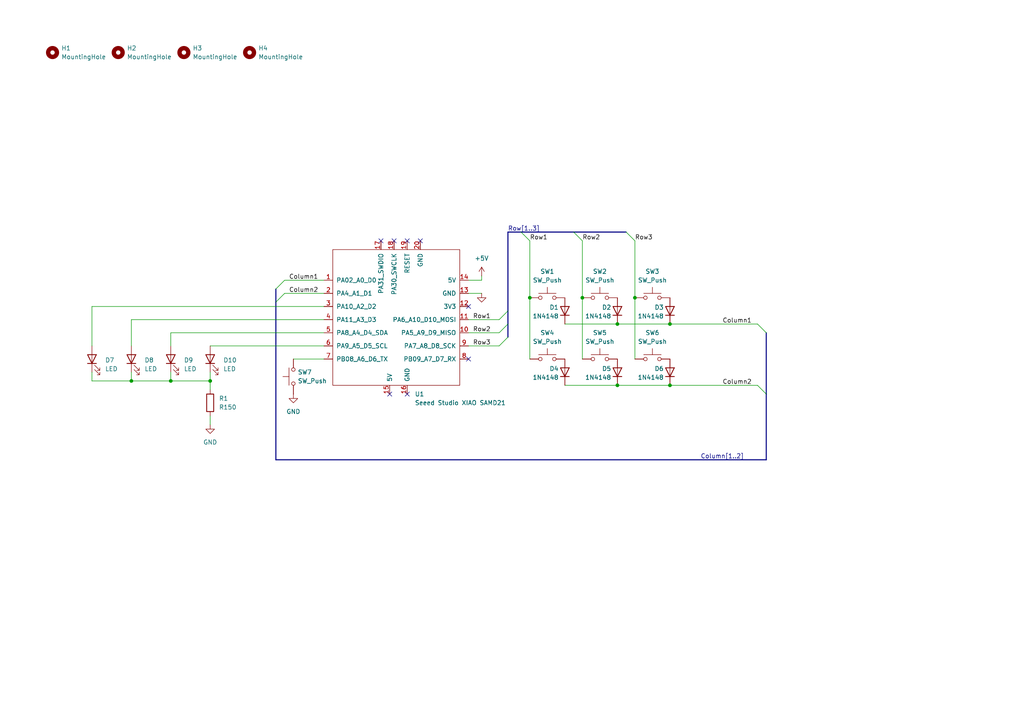
<source format=kicad_sch>
(kicad_sch (version 20231120) (generator "eeschema") (generator_version "8.0")
  (paper "A4")
  (lib_symbols
    (symbol "Device:LED" (pin_numbers hide) (pin_names (offset 1.016) hide)
      (property "Reference" "D" (at 0 2.54 0))
      (property "Value" "LED" (at 0 -2.54 0))
      (symbol "LED_0_1"
        (polyline (pts (xy -1.27 -1.27) (xy -1.27 1.27)) (stroke (width 0.254)))
        (polyline (pts (xy -1.27 0) (xy 1.27 0)))
        (polyline (pts (xy 1.27 -1.27) (xy 1.27 1.27) (xy -1.27 0) (xy 1.27 -1.27)) (stroke (width 0.254)))
        (polyline (pts (xy -3.048 -0.762) (xy -4.572 -2.286) (xy -3.81 -2.286) (xy -4.572 -2.286) (xy -4.572 -1.524)))
        (polyline (pts (xy -1.778 -0.762) (xy -3.302 -2.286) (xy -2.54 -2.286) (xy -3.302 -2.286) (xy -3.302 -1.524)))
      )
      (symbol "LED_1_1"
        (pin passive line (at -3.81 0 0) (length 2.54) (name "K") (number "1"))
        (pin passive line (at 3.81 0 180) (length 2.54) (name "A") (number "2"))
      )
    )
    (symbol "Device:R" (pin_numbers hide) (pin_names (offset 0))
      (property "Reference" "R" (at 2.032 0 90))
      (property "Value" "R" (at 0 0 90))
      (symbol "R_0_1"
        (rectangle (start -1.016 -2.54) (end 1.016 2.54) (stroke (width 0.254)))
      )
      (symbol "R_1_1"
        (pin passive line (at 0 3.81 270) (length 1.27) (name "~") (number "1"))
        (pin passive line (at 0 -3.81 90) (length 1.27) (name "~") (number "2"))
      )
    )
    (symbol "Diode:1N4148" (pin_numbers hide) (pin_names hide)
      (property "Reference" "D" (at 0 2.54 0))
      (property "Value" "1N4148" (at 0 -2.54 0))
      (symbol "1N4148_0_1"
        (polyline (pts (xy -1.27 1.27) (xy -1.27 -1.27)) (stroke (width 0.254)))
        (polyline (pts (xy 1.27 0) (xy -1.27 0)))
        (polyline (pts (xy 1.27 1.27) (xy 1.27 -1.27) (xy -1.27 0) (xy 1.27 1.27)) (stroke (width 0.254)))
      )
      (symbol "1N4148_1_1"
        (pin passive line (at -3.81 0 0) (length 2.54) (name "K") (number "1"))
        (pin passive line (at 3.81 0 180) (length 2.54) (name "A") (number "2"))
      )
    )
    (symbol "Mechanical:MountingHole" (pin_names (offset 1.016)) (exclude_from_sim yes) (in_bom no)
      (property "Reference" "H" (at 0 5.08 0))
      (property "Value" "MountingHole" (at 0 3.175 0))
      (symbol "MountingHole_0_1"
        (circle (center 0 0) (radius 1.27) (stroke (width 1.27)))
      )
    )
    (symbol "Seeed_Studio_XIAO_Series:Seeed Studio XIAO SAMD21" (pin_names (offset 1.016))
      (property "Reference" "U" (at -19.05 22.86 0))
      (property "Value" "Seeed Studio XIAO SAMD21" (at -12.7 21.59 0))
      (symbol "Seeed Studio XIAO SAMD21_0_1"
        (rectangle (start -19.05 20.32) (end 17.78 -19.05))
      )
      (symbol "Seeed Studio XIAO SAMD21_1_1"
        (pin bidirectional line (at -21.59 11.43 0) (length 2.54) (name "PA02_A0_D0") (number "1"))
        (pin bidirectional line (at 20.32 -3.81 180) (length 2.54) (name "PA5_A9_D9_MISO") (number "10"))
        (pin bidirectional line (at 20.32 0 180) (length 2.54) (name "PA6_A10_D10_MOSI") (number "11"))
        (pin power_out line (at 20.32 3.81 180) (length 2.54) (name "3V3") (number "12"))
        (pin power_out line (at 20.32 7.62 180) (length 2.54) (name "GND") (number "13"))
        (pin power_out line (at 20.32 11.43 180) (length 2.54) (name "5V") (number "14"))
        (pin input line (at -2.54 -21.59 90) (length 2.54) (name "5V") (number "15"))
        (pin input line (at 2.54 -21.59 90) (length 2.54) (name "GND") (number "16"))
        (pin input line (at -5.08 22.86 270) (length 2.54) (name "PA31_SWDIO") (number "17"))
        (pin input line (at -1.27 22.86 270) (length 2.54) (name "PA30_SWCLK") (number "18"))
        (pin input line (at 2.54 22.86 270) (length 2.54) (name "RESET") (number "19"))
        (pin bidirectional line (at -21.59 7.62 0) (length 2.54) (name "PA4_A1_D1") (number "2"))
        (pin input line (at 6.35 22.86 270) (length 2.54) (name "GND") (number "20"))
        (pin bidirectional line (at -21.59 3.81 0) (length 2.54) (name "PA10_A2_D2") (number "3"))
        (pin bidirectional line (at -21.59 0 0) (length 2.54) (name "PA11_A3_D3") (number "4"))
        (pin bidirectional line (at -21.59 -3.81 0) (length 2.54) (name "PA8_A4_D4_SDA") (number "5"))
        (pin bidirectional line (at -21.59 -7.62 0) (length 2.54) (name "PA9_A5_D5_SCL") (number "6"))
        (pin bidirectional line (at -21.59 -11.43 0) (length 2.54) (name "PB08_A6_D6_TX") (number "7"))
        (pin bidirectional line (at 20.32 -11.43 180) (length 2.54) (name "PB09_A7_D7_RX") (number "8"))
        (pin bidirectional line (at 20.32 -7.62 180) (length 2.54) (name "PA7_A8_D8_SCK") (number "9"))
      )
    )
    (symbol "Switch:SW_Push" (pin_numbers hide) (pin_names (offset 1.016) hide)
      (property "Reference" "SW" (at 1.27 2.54 0))
      (property "Value" "SW_Push" (at 0 -1.524 0))
      (symbol "SW_Push_0_1"
        (circle (center -2.032 0) (radius 0.508))
        (polyline (pts (xy 0 1.27) (xy 0 3.048)))
        (polyline (pts (xy 2.54 1.27) (xy -2.54 1.27)))
        (circle (center 2.032 0) (radius 0.508))
        (pin passive line (at -5.08 0 0) (length 2.54) (name "1") (number "1"))
        (pin passive line (at 5.08 0 180) (length 2.54) (name "2") (number "2"))
      )
    )
    (symbol "power:+5V" (power) (pin_numbers hide) (pin_names (offset 0) hide)
      (property "Value" "+5V" (at 0 3.556 0))
      (symbol "+5V_0_1"
        (polyline (pts (xy -0.762 1.27) (xy 0 2.54)))
        (polyline (pts (xy 0 0) (xy 0 2.54)))
        (polyline (pts (xy 0 2.54) (xy 0.762 1.27)))
      )
      (symbol "+5V_1_1"
        (pin power_in line (at 0 0 90) (length 0) (name "~") (number "1"))
      )
    )
    (symbol "power:GND" (power) (pin_numbers hide) (pin_names (offset 0) hide)
      (property "Value" "GND" (at 0 -3.81 0))
      (symbol "GND_0_1"
        (polyline (pts (xy 0 0) (xy 0 -1.27) (xy 1.27 -1.27) (xy 0 -2.54) (xy -1.27 -1.27) (xy 0 -1.27)))
      )
      (symbol "GND_1_1"
        (pin power_in line (at 0 0 270) (length 0) (name "~") (number "1"))
      )
    )
  )
  (junction (at 179.07 93.98))
  (junction (at 153.67 86.36))
  (junction (at 49.53 110.49))
  (junction (at 179.07 111.76))
  (junction (at 184.15 86.36))
  (junction (at 168.91 86.36))
  (junction (at 60.96 110.49))
  (junction (at 194.31 111.76))
  (junction (at 194.31 93.98))
  (junction (at 38.1 110.49))
  (no_connect (at 114.3 69.85))
  (no_connect (at 113.03 114.3))
  (no_connect (at 121.92 69.85))
  (no_connect (at 110.49 69.85))
  (no_connect (at 135.89 88.9))
  (no_connect (at 118.11 69.85))
  (no_connect (at 135.89 104.14))
  (no_connect (at 118.11 114.3))
  (bus_entry (at 219.71 93.98) (size 2.54 2.54))
  (bus_entry (at 151.13 67.31) (size 2.54 2.54))
  (bus_entry (at 144.78 96.52) (size 2.54 -2.54))
  (bus_entry (at 219.71 111.76) (size 2.54 2.54))
  (bus_entry (at 166.37 67.31) (size 2.54 2.54))
  (bus_entry (at 144.78 100.33) (size 2.54 -2.54))
  (bus_entry (at 144.78 92.71) (size 2.54 -2.54))
  (bus_entry (at 82.55 81.28) (size -2.54 2.54))
  (bus_entry (at 82.55 85.09) (size -2.54 2.54))
  (bus_entry (at 181.61 67.31) (size 2.54 2.54))
  (wire (pts (xy 60.96 100.33) (xy 93.98 100.33)))
  (wire (pts (xy 153.67 86.36) (xy 153.67 104.14)))
  (wire (pts (xy 135.89 96.52) (xy 144.78 96.52)))
  (wire (pts (xy 139.7 80.01) (xy 139.7 81.28)))
  (wire (pts (xy 60.96 110.49) (xy 60.96 113.03)))
  (bus (pts (xy 147.32 67.31) (xy 147.32 90.17)))
  (wire (pts (xy 135.89 100.33) (xy 144.78 100.33)))
  (bus (pts (xy 147.32 93.98) (xy 147.32 97.79)))
  (wire (pts (xy 93.98 92.71) (xy 38.1 92.71)))
  (wire (pts (xy 85.09 104.14) (xy 93.98 104.14)))
  (wire (pts (xy 194.31 111.76) (xy 219.71 111.76)))
  (wire (pts (xy 60.96 107.95) (xy 60.96 110.49)))
  (bus (pts (xy 151.13 67.31) (xy 166.37 67.31)))
  (wire (pts (xy 179.07 111.76) (xy 194.31 111.76)))
  (wire (pts (xy 184.15 69.85) (xy 184.15 86.36)))
  (bus (pts (xy 222.25 96.52) (xy 222.25 114.3)))
  (bus (pts (xy 147.32 90.17) (xy 147.32 93.98)))
  (wire (pts (xy 49.53 107.95) (xy 49.53 110.49)))
  (wire (pts (xy 26.67 100.33) (xy 26.67 88.9)))
  (wire (pts (xy 163.83 93.98) (xy 179.07 93.98)))
  (bus (pts (xy 80.01 133.35) (xy 222.25 133.35)))
  (wire (pts (xy 49.53 96.52) (xy 49.53 100.33)))
  (wire (pts (xy 26.67 88.9) (xy 93.98 88.9)))
  (bus (pts (xy 80.01 87.63) (xy 80.01 133.35)))
  (wire (pts (xy 135.89 85.09) (xy 139.7 85.09)))
  (wire (pts (xy 153.67 69.85) (xy 153.67 86.36)))
  (wire (pts (xy 93.98 96.52) (xy 49.53 96.52)))
  (bus (pts (xy 222.25 114.3) (xy 222.25 133.35)))
  (wire (pts (xy 168.91 86.36) (xy 168.91 104.14)))
  (wire (pts (xy 60.96 120.65) (xy 60.96 123.19)))
  (wire (pts (xy 82.55 85.09) (xy 93.98 85.09)))
  (wire (pts (xy 38.1 107.95) (xy 38.1 110.49)))
  (wire (pts (xy 194.31 93.98) (xy 219.71 93.98)))
  (wire (pts (xy 38.1 110.49) (xy 49.53 110.49)))
  (wire (pts (xy 179.07 93.98) (xy 194.31 93.98)))
  (wire (pts (xy 168.91 69.85) (xy 168.91 86.36)))
  (wire (pts (xy 82.55 81.28) (xy 93.98 81.28)))
  (wire (pts (xy 49.53 110.49) (xy 60.96 110.49)))
  (wire (pts (xy 135.89 92.71) (xy 144.78 92.71)))
  (wire (pts (xy 184.15 86.36) (xy 184.15 104.14)))
  (bus (pts (xy 166.37 67.31) (xy 181.61 67.31)))
  (wire (pts (xy 163.83 111.76) (xy 179.07 111.76)))
  (wire (pts (xy 26.67 107.95) (xy 26.67 110.49)))
  (wire (pts (xy 26.67 110.49) (xy 38.1 110.49)))
  (wire (pts (xy 135.89 81.28) (xy 139.7 81.28)))
  (bus (pts (xy 147.32 67.31) (xy 151.13 67.31)))
  (wire (pts (xy 38.1 92.71) (xy 38.1 100.33)))
  (bus (pts (xy 80.01 83.82) (xy 80.01 87.63)))
  (label "Row2" (at 168.91 69.85 0))
  (label "Row[1..3]" (at 147.32 67.31 0))
  (label "Column[1..2]" (at 203.2 133.35 0))
  (label "Row2" (at 137.16 96.52 0))
  (label "Column2" (at 209.55 111.76 0))
  (label "Column1" (at 209.55 93.98 0))
  (label "Row3" (at 137.16 100.33 0))
  (label "Column2" (at 83.82 85.09 0))
  (label "Row1" (at 153.67 69.85 0))
  (label "Row1" (at 137.16 92.71 0))
  (label "Column1" (at 83.82 81.28 0))
  (label "Row3" (at 184.15 69.85 0))
  (symbol (lib_id "Switch:SW_Push") (at 173.99 86.36 0) (unit 1)
    (property "Reference" "SW2" (at 173.99 78.74 0))
    (property "Value" "SW_Push" (at 173.99 81.28 0))
    (property "Footprint" "Button_Switch_Keyboard:SW_Cherry_MX_1.00u_PCB" (effects (hide yes)))
    (property "Description" "Push button switch, generic, two pins" (effects (hide yes)))
  )
  (symbol (lib_id "Device:LED") (at 38.1 104.14 90) (unit 1)
    (property "Reference" "D8" (at 41.91 104.4574 90) (effects (justify right)))
    (property "Value" "LED" (at 41.91 106.9974 90) (effects (justify right)))
    (property "Footprint" "LED_THT:LED_D5.0mm" (effects (hide yes)))
    (property "Description" "Light emitting diode" (effects (hide yes)))
  )
  (symbol (lib_id "power:GND") (at 60.96 123.19 0) (unit 1)
    (property "Reference" "#PWR02" (effects (hide yes)))
    (property "Value" "GND" (at 60.96 128.27 0))
    (property "Description" "Power symbol creates a global label with name \"GND\" , ground" (effects (hide yes)))
  )
  (symbol (lib_id "Switch:SW_Push") (at 189.23 104.14 0) (unit 1)
    (property "Reference" "SW6" (at 189.23 96.52 0))
    (property "Value" "SW_Push" (at 189.23 99.06 0))
    (property "Footprint" "Button_Switch_Keyboard:SW_Cherry_MX_1.00u_PCB" (effects (hide yes)))
    (property "Description" "Push button switch, generic, two pins" (effects (hide yes)))
  )
  (symbol (lib_id "Device:LED") (at 26.67 104.14 90) (unit 1)
    (property "Reference" "D7" (at 30.48 104.4574 90) (effects (justify right)))
    (property "Value" "LED" (at 30.48 106.9974 90) (effects (justify right)))
    (property "Footprint" "LED_THT:LED_D5.0mm" (effects (hide yes)))
    (property "Description" "Light emitting diode" (effects (hide yes)))
  )
  (symbol (lib_id "Switch:SW_Push") (at 173.99 104.14 0) (unit 1)
    (property "Reference" "SW5" (at 173.99 96.52 0))
    (property "Value" "SW_Push" (at 173.99 99.06 0))
    (property "Footprint" "Button_Switch_Keyboard:SW_Cherry_MX_1.00u_PCB" (effects (hide yes)))
    (property "Description" "Push button switch, generic, two pins" (effects (hide yes)))
  )
  (symbol (lib_id "Switch:SW_Push") (at 158.75 104.14 0) (unit 1)
    (property "Reference" "SW4" (at 158.75 96.52 0))
    (property "Value" "SW_Push" (at 158.75 99.06 0))
    (property "Footprint" "Button_Switch_Keyboard:SW_Cherry_MX_1.00u_PCB" (effects (hide yes)))
    (property "Description" "Push button switch, generic, two pins" (effects (hide yes)))
  )
  (symbol (lib_id "Mechanical:MountingHole") (at 53.34 15.24 0) (unit 1) (exclude_from_sim yes) (in_bom no)
    (property "Reference" "H3" (at 55.88 13.9699 0) (effects (justify left)))
    (property "Value" "MountingHole" (at 55.88 16.5099 0) (effects (justify left)))
    (property "Footprint" "MountingHole:MountingHole_3.2mm_M3" (effects (hide yes)))
    (property "Description" "Mounting Hole without connection" (effects (hide yes)))
  )
  (symbol (lib_id "Switch:SW_Push") (at 158.75 86.36 0) (unit 1)
    (property "Reference" "SW1" (at 158.75 78.74 0))
    (property "Value" "SW_Push" (at 158.75 81.28 0))
    (property "Footprint" "Button_Switch_Keyboard:SW_Cherry_MX_1.00u_PCB" (effects (hide yes)))
    (property "Description" "Push button switch, generic, two pins" (effects (hide yes)))
  )
  (symbol (lib_id "power:+5V") (at 139.7 80.01 0) (unit 1)
    (property "Reference" "#PWR04" (effects (hide yes)))
    (property "Value" "+5V" (at 139.7 74.93 0))
    (property "Description" "Power symbol creates a global label with name \"+5V\"" (effects (hide yes)))
  )
  (symbol (lib_id "Diode:1N4148") (at 163.83 90.17 270) (mirror x) (unit 1)
    (property "Reference" "D1" (at 162.052 89.154 90) (effects (justify right)))
    (property "Value" "1N4148" (at 162.052 91.694 90) (effects (justify right)))
    (property "Footprint" "Diode_THT:D_DO-35_SOD27_P7.62mm_Horizontal" (effects (hide yes)))
    (property "Datasheet" "https://assets.nexperia.com/documents/data-sheet/1N4148_1N4448.pdf" (effects (hide yes)))
    (property "Description" "100V 0.15A standard switching diode, DO-35" (effects (hide yes)))
    (property "Sim.Device" "D" (effects (hide yes)))
    (property "Sim.Pins" "1=K 2=A" (effects (hide yes)))
  )
  (symbol (lib_id "Device:LED") (at 49.53 104.14 90) (unit 1)
    (property "Reference" "D9" (at 53.34 104.4574 90) (effects (justify right)))
    (property "Value" "LED" (at 53.34 106.9974 90) (effects (justify right)))
    (property "Footprint" "LED_THT:LED_D5.0mm" (effects (hide yes)))
    (property "Description" "Light emitting diode" (effects (hide yes)))
  )
  (symbol (lib_id "Diode:1N4148") (at 194.31 107.95 270) (mirror x) (unit 1)
    (property "Reference" "D6" (at 192.532 106.934 90) (effects (justify right)))
    (property "Value" "1N4148" (at 192.532 109.474 90) (effects (justify right)))
    (property "Footprint" "Diode_THT:D_DO-35_SOD27_P7.62mm_Horizontal" (effects (hide yes)))
    (property "Datasheet" "https://assets.nexperia.com/documents/data-sheet/1N4148_1N4448.pdf" (effects (hide yes)))
    (property "Description" "100V 0.15A standard switching diode, DO-35" (effects (hide yes)))
    (property "Sim.Device" "D" (effects (hide yes)))
    (property "Sim.Pins" "1=K 2=A" (effects (hide yes)))
  )
  (symbol (lib_id "Diode:1N4148") (at 179.07 90.17 270) (mirror x) (unit 1)
    (property "Reference" "D2" (at 177.292 89.154 90) (effects (justify right)))
    (property "Value" "1N4148" (at 177.292 91.694 90) (effects (justify right)))
    (property "Footprint" "Diode_THT:D_DO-35_SOD27_P7.62mm_Horizontal" (effects (hide yes)))
    (property "Datasheet" "https://assets.nexperia.com/documents/data-sheet/1N4148_1N4448.pdf" (effects (hide yes)))
    (property "Description" "100V 0.15A standard switching diode, DO-35" (effects (hide yes)))
    (property "Sim.Device" "D" (effects (hide yes)))
    (property "Sim.Pins" "1=K 2=A" (effects (hide yes)))
  )
  (symbol (lib_id "Mechanical:MountingHole") (at 72.39 15.24 0) (unit 1) (exclude_from_sim yes) (in_bom no)
    (property "Reference" "H4" (at 74.93 13.9699 0) (effects (justify left)))
    (property "Value" "MountingHole" (at 74.93 16.5099 0) (effects (justify left)))
    (property "Footprint" "MountingHole:MountingHole_3.2mm_M3" (effects (hide yes)))
    (property "Description" "Mounting Hole without connection" (effects (hide yes)))
  )
  (symbol (lib_id "Switch:SW_Push") (at 85.09 109.22 90) (unit 1)
    (property "Reference" "SW7" (at 86.36 107.9499 90) (effects (justify right)))
    (property "Value" "SW_Push" (at 86.36 110.4899 90) (effects (justify right)))
    (property "Footprint" "Button_Switch_Keyboard:SW_Cherry_MX_1.00u_PCB" (effects (hide yes)))
    (property "Description" "Push button switch, generic, two pins" (effects (hide yes)))
  )
  (symbol (lib_id "Diode:1N4148") (at 163.83 107.95 270) (mirror x) (unit 1)
    (property "Reference" "D4" (at 162.052 106.934 90) (effects (justify right)))
    (property "Value" "1N4148" (at 162.052 109.474 90) (effects (justify right)))
    (property "Footprint" "Diode_THT:D_DO-35_SOD27_P7.62mm_Horizontal" (effects (hide yes)))
    (property "Datasheet" "https://assets.nexperia.com/documents/data-sheet/1N4148_1N4448.pdf" (effects (hide yes)))
    (property "Description" "100V 0.15A standard switching diode, DO-35" (effects (hide yes)))
    (property "Sim.Device" "D" (effects (hide yes)))
    (property "Sim.Pins" "1=K 2=A" (effects (hide yes)))
  )
  (symbol (lib_id "Seeed_Studio_XIAO_Series:Seeed Studio XIAO SAMD21") (at 115.57 92.71 0) (unit 1)
    (property "Reference" "U1" (at 120.3041 114.3 0) (effects (justify left)))
    (property "Value" "Seeed Studio XIAO SAMD21" (at 120.3041 116.84 0) (effects (justify left)))
    (property "Footprint" "Seeed Studio XIAO Series Library:XIAO-Generic-Thruhole-14P-2.54-21X17.8MM" (effects (hide yes)))
  )
  (symbol (lib_id "Diode:1N4148") (at 194.31 90.17 270) (mirror x) (unit 1)
    (property "Reference" "D3" (at 192.532 89.154 90) (effects (justify right)))
    (property "Value" "1N4148" (at 192.532 91.694 90) (effects (justify right)))
    (property "Footprint" "Diode_THT:D_DO-35_SOD27_P7.62mm_Horizontal" (effects (hide yes)))
    (property "Datasheet" "https://assets.nexperia.com/documents/data-sheet/1N4148_1N4448.pdf" (effects (hide yes)))
    (property "Description" "100V 0.15A standard switching diode, DO-35" (effects (hide yes)))
    (property "Sim.Device" "D" (effects (hide yes)))
    (property "Sim.Pins" "1=K 2=A" (effects (hide yes)))
  )
  (symbol (lib_id "Switch:SW_Push") (at 189.23 86.36 0) (unit 1)
    (property "Reference" "SW3" (at 189.23 78.74 0))
    (property "Value" "SW_Push" (at 189.23 81.28 0))
    (property "Footprint" "Button_Switch_Keyboard:SW_Cherry_MX_1.00u_PCB" (effects (hide yes)))
    (property "Description" "Push button switch, generic, two pins" (effects (hide yes)))
  )
  (symbol (lib_id "Device:R") (at 60.96 116.84 0) (unit 1)
    (property "Reference" "R1" (at 63.5 115.5699 0) (effects (justify left)))
    (property "Value" "R150" (at 63.5 118.1099 0) (effects (justify left)))
    (property "Footprint" "Resistor_THT:R_Axial_DIN0204_L3.6mm_D1.6mm_P5.08mm_Horizontal" (effects (hide yes)))
    (property "Description" "Resistor" (effects (hide yes)))
  )
  (symbol (lib_id "Device:LED") (at 60.96 104.14 90) (unit 1)
    (property "Reference" "D10" (at 64.77 104.4574 90) (effects (justify right)))
    (property "Value" "LED" (at 64.77 106.9974 90) (effects (justify right)))
    (property "Footprint" "LED_THT:LED_D5.0mm" (effects (hide yes)))
    (property "Description" "Light emitting diode" (effects (hide yes)))
  )
  (symbol (lib_id "Mechanical:MountingHole") (at 34.29 15.24 0) (unit 1) (exclude_from_sim yes) (in_bom no)
    (property "Reference" "H2" (at 36.83 13.9699 0) (effects (justify left)))
    (property "Value" "MountingHole" (at 36.83 16.5099 0) (effects (justify left)))
    (property "Footprint" "MountingHole:MountingHole_3.2mm_M3" (effects (hide yes)))
    (property "Description" "Mounting Hole without connection" (effects (hide yes)))
  )
  (symbol (lib_id "Mechanical:MountingHole") (at 15.24 15.24 0) (unit 1) (exclude_from_sim yes) (in_bom no)
    (property "Reference" "H1" (at 17.78 13.9699 0) (effects (justify left)))
    (property "Value" "MountingHole" (at 17.78 16.5099 0) (effects (justify left)))
    (property "Footprint" "MountingHole:MountingHole_3.2mm_M3" (effects (hide yes)))
    (property "Description" "Mounting Hole without connection" (effects (hide yes)))
  )
  (symbol (lib_id "power:GND") (at 85.09 114.3 0) (unit 1)
    (property "Reference" "#PWR05" (effects (hide yes)))
    (property "Value" "GND" (at 85.09 119.38 0))
    (property "Description" "Power symbol creates a global label with name \"GND\" , ground" (effects (hide yes)))
  )
  (symbol (lib_id "Diode:1N4148") (at 179.07 107.95 270) (mirror x) (unit 1)
    (property "Reference" "D5" (at 177.292 106.934 90) (effects (justify right)))
    (property "Value" "1N4148" (at 177.292 109.474 90) (effects (justify right)))
    (property "Footprint" "Diode_THT:D_DO-35_SOD27_P7.62mm_Horizontal" (effects (hide yes)))
    (property "Datasheet" "https://assets.nexperia.com/documents/data-sheet/1N4148_1N4448.pdf" (effects (hide yes)))
    (property "Description" "100V 0.15A standard switching diode, DO-35" (effects (hide yes)))
    (property "Sim.Device" "D" (effects (hide yes)))
    (property "Sim.Pins" "1=K 2=A" (effects (hide yes)))
  )
  (symbol (lib_id "power:GND") (at 139.7 85.09 0) (unit 1)
    (property "Reference" "#PWR01" (effects (hide yes)))
    (property "Value" "GND" (effects (hide yes)))
    (property "Description" "Power symbol creates a global label with name \"GND\" , ground" (effects (hide yes)))
  )
)
</source>
